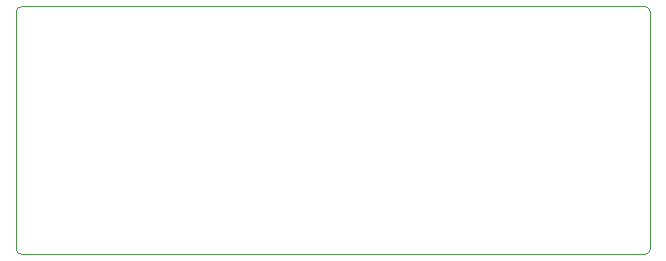
<source format=gbr>
G04 #@! TF.GenerationSoftware,KiCad,Pcbnew,8.0.6*
G04 #@! TF.CreationDate,2024-11-24T01:45:06-05:00*
G04 #@! TF.ProjectId,RPI-PICO-R3a-PUBLIC,5250492d-5049-4434-9f2d-5233612d5055,4*
G04 #@! TF.SameCoordinates,Original*
G04 #@! TF.FileFunction,Profile,NP*
%FSLAX46Y46*%
G04 Gerber Fmt 4.6, Leading zero omitted, Abs format (unit mm)*
G04 Created by KiCad (PCBNEW 8.0.6) date 2024-11-24 01:45:06*
%MOMM*%
%LPD*%
G01*
G04 APERTURE LIST*
G04 #@! TA.AperFunction,Profile*
%ADD10C,0.050000*%
G04 #@! TD*
G04 APERTURE END LIST*
D10*
X125450000Y-115000000D02*
X178149896Y-115000000D01*
X178149896Y-94000000D02*
G75*
G02*
X178649900Y-94500000I4J-500000D01*
G01*
X125450000Y-115000000D02*
G75*
G02*
X124950000Y-114500000I0J500000D01*
G01*
X178649896Y-94500000D02*
X178649896Y-114500000D01*
X178649896Y-114500000D02*
G75*
G02*
X178149896Y-114999996I-499996J0D01*
G01*
X124950000Y-114500000D02*
X124950000Y-94500000D01*
X125450000Y-94000000D02*
X178149896Y-94000000D01*
X124950000Y-94500000D02*
G75*
G02*
X125450000Y-94000000I500000J0D01*
G01*
M02*

</source>
